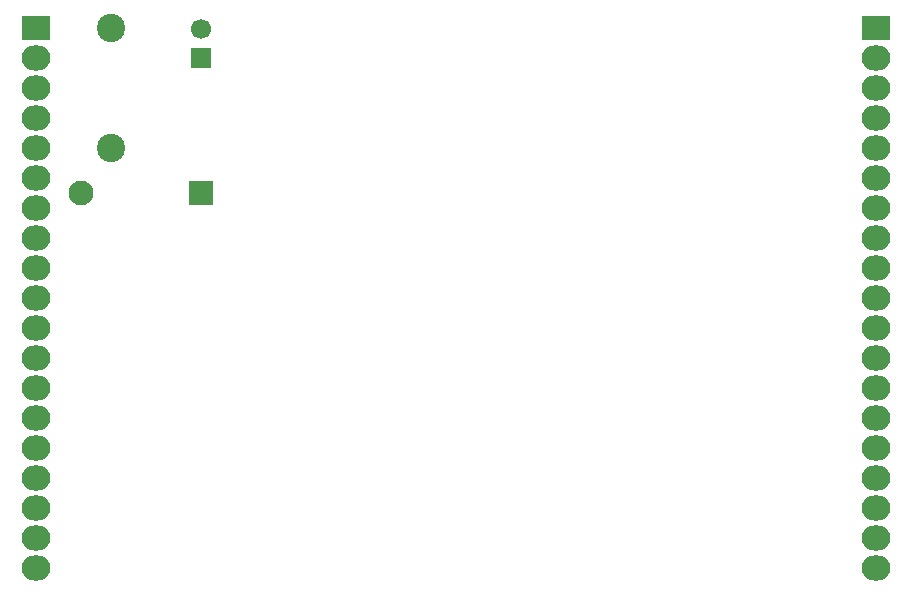
<source format=gbr>
G04 #@! TF.FileFunction,Soldermask,Bot*
%FSLAX46Y46*%
G04 Gerber Fmt 4.6, Leading zero omitted, Abs format (unit mm)*
G04 Created by KiCad (PCBNEW 4.0.3+e1-6302~38~ubuntu16.04.1-stable) date Thu Aug 25 17:11:27 2016*
%MOMM*%
%LPD*%
G01*
G04 APERTURE LIST*
%ADD10C,0.100000*%
%ADD11R,1.700000X1.700000*%
%ADD12C,1.700000*%
%ADD13C,2.398980*%
%ADD14C,2.099260*%
%ADD15R,2.099260X2.099260*%
%ADD16R,2.432000X2.127200*%
%ADD17O,2.432000X2.127200*%
G04 APERTURE END LIST*
D10*
D11*
X144780000Y-107950000D03*
D12*
X144780000Y-105450000D03*
D13*
X137160000Y-115570000D03*
X137160000Y-105410000D03*
D14*
X134619480Y-119382540D03*
D15*
X144779480Y-119382540D03*
D16*
X130810000Y-105410000D03*
D17*
X130810000Y-107950000D03*
X130810000Y-110490000D03*
X130810000Y-113030000D03*
X130810000Y-115570000D03*
X130810000Y-118110000D03*
X130810000Y-120650000D03*
X130810000Y-123190000D03*
X130810000Y-125730000D03*
X130810000Y-128270000D03*
X130810000Y-130810000D03*
X130810000Y-133350000D03*
X130810000Y-135890000D03*
X130810000Y-138430000D03*
X130810000Y-140970000D03*
X130810000Y-143510000D03*
X130810000Y-146050000D03*
X130810000Y-148590000D03*
X130810000Y-151130000D03*
D16*
X201930000Y-105410000D03*
D17*
X201930000Y-107950000D03*
X201930000Y-110490000D03*
X201930000Y-113030000D03*
X201930000Y-115570000D03*
X201930000Y-118110000D03*
X201930000Y-120650000D03*
X201930000Y-123190000D03*
X201930000Y-125730000D03*
X201930000Y-128270000D03*
X201930000Y-130810000D03*
X201930000Y-133350000D03*
X201930000Y-135890000D03*
X201930000Y-138430000D03*
X201930000Y-140970000D03*
X201930000Y-143510000D03*
X201930000Y-146050000D03*
X201930000Y-148590000D03*
X201930000Y-151130000D03*
M02*

</source>
